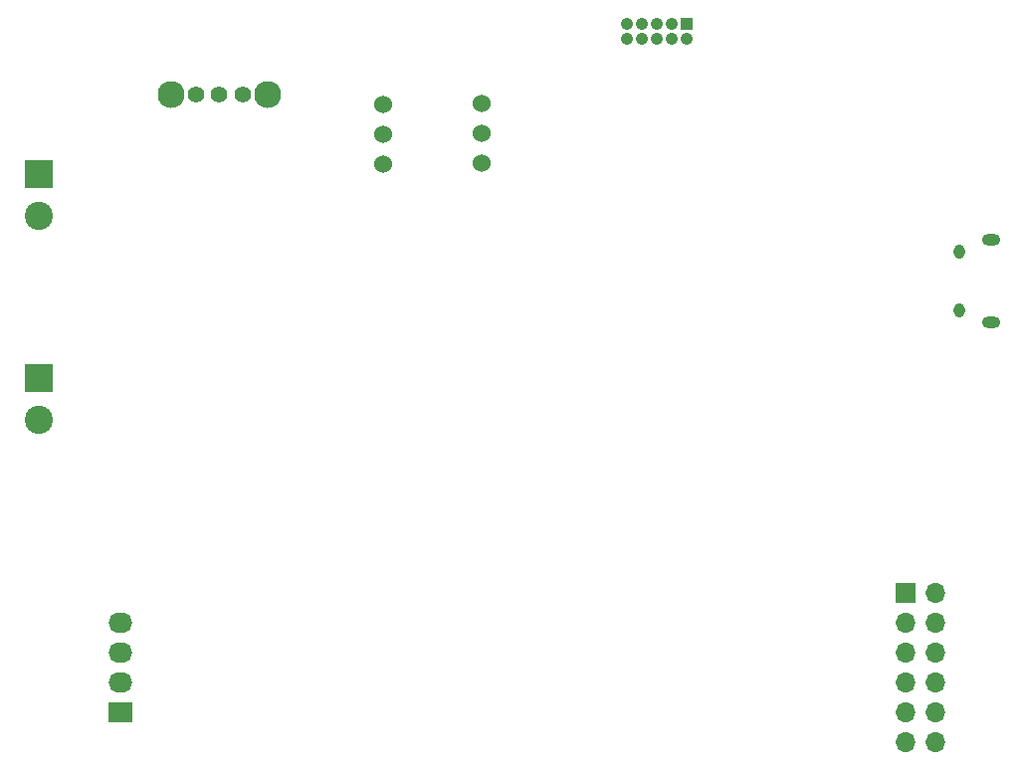
<source format=gbr>
G04 #@! TF.FileFunction,Soldermask,Bot*
%FSLAX46Y46*%
G04 Gerber Fmt 4.6, Leading zero omitted, Abs format (unit mm)*
G04 Created by KiCad (PCBNEW 4.0.4-stable) date 03/01/18 20:45:57*
%MOMM*%
%LPD*%
G01*
G04 APERTURE LIST*
%ADD10C,0.100000*%
%ADD11R,1.700000X1.700000*%
%ADD12O,1.700000X1.700000*%
%ADD13O,0.950000X1.250000*%
%ADD14O,1.550000X1.000000*%
%ADD15R,2.032000X1.727200*%
%ADD16O,2.032000X1.727200*%
%ADD17R,1.050000X1.050000*%
%ADD18C,1.050000*%
%ADD19C,1.524000*%
%ADD20C,2.300000*%
%ADD21C,1.400000*%
%ADD22C,2.400000*%
%ADD23R,2.400000X2.400000*%
G04 APERTURE END LIST*
D10*
D11*
X236710000Y-153040000D03*
D12*
X239250000Y-153040000D03*
X236710000Y-155580000D03*
X239250000Y-155580000D03*
X236710000Y-158120000D03*
X239250000Y-158120000D03*
X236710000Y-160660000D03*
X239250000Y-160660000D03*
X236710000Y-163200000D03*
X239250000Y-163200000D03*
X236710000Y-165740000D03*
X239250000Y-165740000D03*
D13*
X241295000Y-128975000D03*
X241295000Y-123975000D03*
D14*
X243995000Y-129975000D03*
X243995000Y-122975000D03*
D15*
X169945000Y-163165000D03*
D16*
X169945000Y-160625000D03*
X169945000Y-158085000D03*
X169945000Y-155545000D03*
D17*
X218110000Y-104575000D03*
D18*
X216840000Y-104575000D03*
X215570000Y-104575000D03*
X214300000Y-104575000D03*
X213030000Y-104575000D03*
X216840000Y-105845000D03*
X215570000Y-105845000D03*
X214300000Y-105845000D03*
X213030000Y-105845000D03*
X218110000Y-105845000D03*
D19*
X192270000Y-114000000D03*
X192270000Y-116540000D03*
X192270000Y-111460000D03*
X200645000Y-113910000D03*
X200645000Y-116450000D03*
X200645000Y-111370000D03*
D20*
X174240000Y-110560000D03*
X182440000Y-110560000D03*
D21*
X180340000Y-110560000D03*
X178340000Y-110560000D03*
X176340000Y-110560000D03*
D22*
X162970000Y-138240000D03*
D23*
X162970000Y-134740000D03*
D22*
X162950000Y-120890000D03*
D23*
X162950000Y-117390000D03*
M02*

</source>
